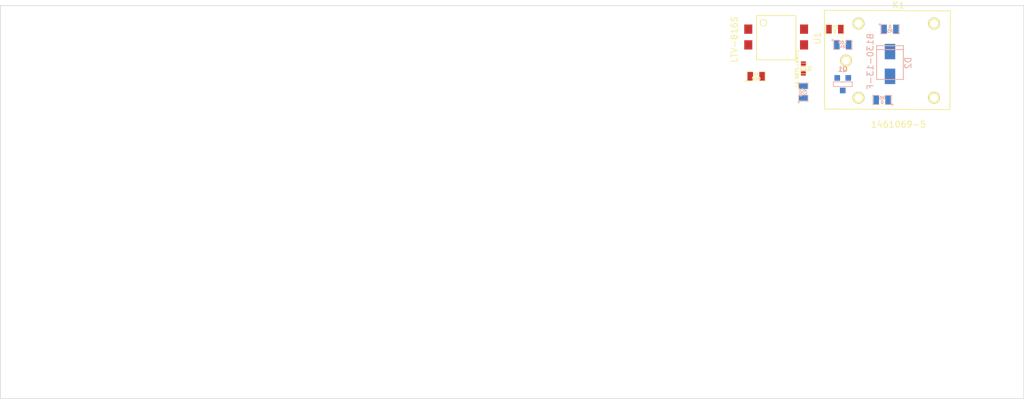
<source format=kicad_pcb>
(kicad_pcb (version 3) (host pcbnew "(2013-07-07 BZR 4022)-stable")

  (general
    (links 13)
    (no_connects 13)
    (area 63.449999 63.449999 228.650001 127.050001)
    (thickness 1.6)
    (drawings 4)
    (tracks 0)
    (zones 0)
    (modules 11)
    (nets 13)
  )

  (page USLedger)
  (title_block 
    (title BenchBudEE)
    (rev A)
    (company "Contextual Electronics")
  )

  (layers
    (15 F.Cu signal)
    (2 Inner2.Cu signal)
    (1 Inner1.Cu signal)
    (0 B.Cu signal)
    (16 B.Adhes user)
    (17 F.Adhes user)
    (18 B.Paste user)
    (19 F.Paste user)
    (20 B.SilkS user)
    (21 F.SilkS user)
    (22 B.Mask user)
    (23 F.Mask user)
    (28 Edge.Cuts user)
  )

  (setup
    (last_trace_width 0.254)
    (user_trace_width 0.1524)
    (trace_clearance 0.254)
    (zone_clearance 0.508)
    (zone_45_only no)
    (trace_min 0.1524)
    (segment_width 0.2)
    (edge_width 0.1)
    (via_size 0.889)
    (via_drill 0.635)
    (via_min_size 0.508)
    (via_min_drill 0.3302)
    (user_via 0.508 0.3302)
    (uvia_size 0.508)
    (uvia_drill 0.127)
    (uvias_allowed no)
    (uvia_min_size 0.508)
    (uvia_min_drill 0.127)
    (pcb_text_width 0.3)
    (pcb_text_size 1.5 1.5)
    (mod_edge_width 0.15)
    (mod_text_size 1 1)
    (mod_text_width 0.15)
    (pad_size 1.905 1.905)
    (pad_drill 1.27)
    (pad_to_mask_clearance 0.254)
    (solder_mask_min_width 0.127)
    (aux_axis_origin 0 0)
    (visible_elements 7FFFFFFF)
    (pcbplotparams
      (layerselection 3178497)
      (usegerberextensions true)
      (excludeedgelayer true)
      (linewidth 0.150000)
      (plotframeref false)
      (viasonmask false)
      (mode 1)
      (useauxorigin false)
      (hpglpennumber 1)
      (hpglpenspeed 20)
      (hpglpendiameter 15)
      (hpglpenoverlay 2)
      (psnegative false)
      (psa4output false)
      (plotreference true)
      (plotvalue true)
      (plotothertext true)
      (plotinvisibletext false)
      (padsonsilk false)
      (subtractmaskfromsilk false)
      (outputformat 1)
      (mirror false)
      (drillshape 1)
      (scaleselection 1)
      (outputdirectory ""))
  )

  (net 0 "")
  (net 1 +12P)
  (net 2 /Arduino/RELAY+)
  (net 3 /Arduino/RELAY-)
  (net 4 GND)
  (net 5 N-0000085)
  (net 6 N-0000086)
  (net 7 N-0000087)
  (net 8 N-0000088)
  (net 9 N-0000089)
  (net 10 N-0000090)
  (net 11 N-0000091)
  (net 12 N-0000092)

  (net_class Default "This is the default net class."
    (clearance 0.254)
    (trace_width 0.254)
    (via_dia 0.889)
    (via_drill 0.635)
    (uvia_dia 0.508)
    (uvia_drill 0.127)
    (add_net "")
    (add_net +12P)
    (add_net /Arduino/RELAY+)
    (add_net /Arduino/RELAY-)
    (add_net GND)
    (add_net N-0000085)
    (add_net N-0000086)
    (add_net N-0000087)
    (add_net N-0000088)
    (add_net N-0000089)
    (add_net N-0000090)
    (add_net N-0000091)
    (add_net N-0000092)
  )

  (module TE-SPDT (layer F.Cu) (tedit 530242DA) (tstamp 5302432B)
    (at 201.93 72.39)
    (path /52EECD80/52F1B21B)
    (fp_text reference K1 (at 6.4516 -8.9408) (layer F.SilkS)
      (effects (font (size 1 1) (thickness 0.15)))
    )
    (fp_text value 1461069-5 (at 6.4516 10.3124) (layer F.SilkS)
      (effects (font (size 1 1) (thickness 0.15)))
    )
    (fp_line (start -5.4864 -8.1788) (end -5.4864 7.8232) (layer F.SilkS) (width 0.15))
    (fp_line (start -5.4864 7.8232) (end 14.732 7.9248) (layer F.SilkS) (width 0.15))
    (fp_line (start 14.732 7.9248) (end 14.8336 -8.0264) (layer F.SilkS) (width 0.15))
    (fp_line (start 14.8336 -8.0264) (end -5.5372 -8.128) (layer F.SilkS) (width 0.15))
    (pad 1 thru_hole circle (at -2.0066 0) (size 1.905 1.905) (drill 1.27)
      (layers *.Cu *.Mask F.SilkS)
    )
    (pad 2 thru_hole circle (at 0 -5.9944) (size 1.905 1.905) (drill 1.27)
      (layers *.Cu *.Mask F.SilkS)
      (net 8 N-0000088)
    )
    (pad 5 thru_hole circle (at 0 5.9944) (size 1.905 1.905) (drill 1.27)
      (layers *.Cu *.Mask F.SilkS)
      (net 9 N-0000089)
    )
    (pad 3 thru_hole circle (at 12.192 -5.9944) (size 1.905 1.905) (drill 1.27)
      (layers *.Cu *.Mask F.SilkS)
    )
    (pad 4 thru_hole circle (at 12.192 5.9944) (size 1.905 1.905) (drill 1.27)
      (layers *.Cu *.Mask F.SilkS)
    )
  )

  (module SOT23EBC (layer B.Cu) (tedit 3F980186) (tstamp 53024336)
    (at 199.39 76.2 180)
    (descr "Module CMS SOT23 Transistore EBC")
    (tags "CMS SOT")
    (path /52EECD80/52F1ADCC)
    (attr smd)
    (fp_text reference Q1 (at 0 2.413 180) (layer B.SilkS)
      (effects (font (size 0.762 0.762) (thickness 0.2032)) (justify mirror))
    )
    (fp_text value MMBT3904-7-F (at 0 0 180) (layer B.SilkS) hide
      (effects (font (size 0.762 0.762) (thickness 0.2032)) (justify mirror))
    )
    (fp_line (start -1.524 0.381) (end 1.524 0.381) (layer B.SilkS) (width 0.127))
    (fp_line (start 1.524 0.381) (end 1.524 -0.381) (layer B.SilkS) (width 0.127))
    (fp_line (start 1.524 -0.381) (end -1.524 -0.381) (layer B.SilkS) (width 0.127))
    (fp_line (start -1.524 -0.381) (end -1.524 0.381) (layer B.SilkS) (width 0.127))
    (pad 1 smd rect (at -0.889 1.016 180) (size 0.9144 0.9144)
      (layers B.Cu B.Paste B.Mask)
      (net 11 N-0000091)
    )
    (pad 2 smd rect (at 0.889 1.016 180) (size 0.9144 0.9144)
      (layers B.Cu B.Paste B.Mask)
      (net 12 N-0000092)
    )
    (pad 3 smd rect (at 0 -1.016 180) (size 0.9144 0.9144)
      (layers B.Cu B.Paste B.Mask)
      (net 9 N-0000089)
    )
    (model smd/cms_sot23.wrl
      (at (xyz 0 0 0))
      (scale (xyz 0.13 0.15 0.15))
      (rotate (xyz 0 0 0))
    )
  )

  (module SMA (layer B.Cu) (tedit 53023DBD) (tstamp 53024341)
    (at 207.01 74.93 90)
    (path /52EECD80/52F1B3D7)
    (fp_text reference D2 (at 2.159 2.921 90) (layer B.SilkS)
      (effects (font (size 1 1) (thickness 0.15)) (justify mirror))
    )
    (fp_text value B130-13-F (at 2.413 -3.175 90) (layer B.SilkS)
      (effects (font (size 1 1) (thickness 0.15)) (justify mirror))
    )
    (fp_line (start 4.318 2.159) (end 4.318 -2.159) (layer B.SilkS) (width 0.15))
    (fp_line (start -0.508 2.159) (end -0.508 -2.159) (layer B.SilkS) (width 0.15))
    (fp_line (start -0.508 -2.159) (end 4.953 -2.159) (layer B.SilkS) (width 0.15))
    (fp_line (start 4.953 -2.159) (end 4.953 2.159) (layer B.SilkS) (width 0.15))
    (fp_line (start 4.953 2.159) (end -0.508 2.159) (layer B.SilkS) (width 0.15))
    (pad 1 smd rect (at 0 0 90) (size 2.5 1.7)
      (layers B.Cu B.Paste B.Mask)
      (net 9 N-0000089)
    )
    (pad 2 smd rect (at 4 0 90) (size 2.5 1.7)
      (layers B.Cu B.Paste B.Mask)
      (net 8 N-0000088)
    )
  )

  (module SM0805 (layer B.Cu) (tedit 5091495C) (tstamp 5302434E)
    (at 207.01 67.31)
    (path /52EECD80/53022263)
    (attr smd)
    (fp_text reference R5 (at 0 0.3175) (layer B.SilkS)
      (effects (font (size 0.50038 0.50038) (thickness 0.10922)) (justify mirror))
    )
    (fp_text value 0 (at 0 -0.381) (layer B.SilkS)
      (effects (font (size 0.50038 0.50038) (thickness 0.10922)) (justify mirror))
    )
    (fp_circle (center -1.651 -0.762) (end -1.651 -0.635) (layer B.SilkS) (width 0.09906))
    (fp_line (start -0.508 -0.762) (end -1.524 -0.762) (layer B.SilkS) (width 0.09906))
    (fp_line (start -1.524 -0.762) (end -1.524 0.762) (layer B.SilkS) (width 0.09906))
    (fp_line (start -1.524 0.762) (end -0.508 0.762) (layer B.SilkS) (width 0.09906))
    (fp_line (start 0.508 0.762) (end 1.524 0.762) (layer B.SilkS) (width 0.09906))
    (fp_line (start 1.524 0.762) (end 1.524 -0.762) (layer B.SilkS) (width 0.09906))
    (fp_line (start 1.524 -0.762) (end 0.508 -0.762) (layer B.SilkS) (width 0.09906))
    (pad 1 smd rect (at -0.9525 0) (size 0.889 1.397)
      (layers B.Cu B.Paste B.Mask)
      (net 8 N-0000088)
    )
    (pad 2 smd rect (at 0.9525 0) (size 0.889 1.397)
      (layers B.Cu B.Paste B.Mask)
      (net 1 +12P)
    )
    (model smd/chip_cms.wrl
      (at (xyz 0 0 0))
      (scale (xyz 0.1 0.1 0.1))
      (rotate (xyz 0 0 0))
    )
  )

  (module SM0805 (layer F.Cu) (tedit 5091495C) (tstamp 5302435B)
    (at 185.42 74.93)
    (path /52EECD80/52F1B37F)
    (attr smd)
    (fp_text reference R1 (at 0 -0.3175) (layer F.SilkS)
      (effects (font (size 0.50038 0.50038) (thickness 0.10922)))
    )
    (fp_text value 500 (at 0 0.381) (layer F.SilkS)
      (effects (font (size 0.50038 0.50038) (thickness 0.10922)))
    )
    (fp_circle (center -1.651 0.762) (end -1.651 0.635) (layer F.SilkS) (width 0.09906))
    (fp_line (start -0.508 0.762) (end -1.524 0.762) (layer F.SilkS) (width 0.09906))
    (fp_line (start -1.524 0.762) (end -1.524 -0.762) (layer F.SilkS) (width 0.09906))
    (fp_line (start -1.524 -0.762) (end -0.508 -0.762) (layer F.SilkS) (width 0.09906))
    (fp_line (start 0.508 -0.762) (end 1.524 -0.762) (layer F.SilkS) (width 0.09906))
    (fp_line (start 1.524 -0.762) (end 1.524 0.762) (layer F.SilkS) (width 0.09906))
    (fp_line (start 1.524 0.762) (end 0.508 0.762) (layer F.SilkS) (width 0.09906))
    (pad 1 smd rect (at -0.9525 0) (size 0.889 1.397)
      (layers F.Cu F.Paste F.Mask)
      (net 7 N-0000087)
    )
    (pad 2 smd rect (at 0.9525 0) (size 0.889 1.397)
      (layers F.Cu F.Paste F.Mask)
      (net 3 /Arduino/RELAY-)
    )
    (model smd/chip_cms.wrl
      (at (xyz 0 0 0))
      (scale (xyz 0.1 0.1 0.1))
      (rotate (xyz 0 0 0))
    )
  )

  (module SM0805 (layer F.Cu) (tedit 5091495C) (tstamp 53024368)
    (at 198.12 67.31)
    (path /52EECD80/52F1B2D8)
    (attr smd)
    (fp_text reference R3 (at 0 -0.3175) (layer F.SilkS)
      (effects (font (size 0.50038 0.50038) (thickness 0.10922)))
    )
    (fp_text value 0 (at 0 0.381) (layer F.SilkS)
      (effects (font (size 0.50038 0.50038) (thickness 0.10922)))
    )
    (fp_circle (center -1.651 0.762) (end -1.651 0.635) (layer F.SilkS) (width 0.09906))
    (fp_line (start -0.508 0.762) (end -1.524 0.762) (layer F.SilkS) (width 0.09906))
    (fp_line (start -1.524 0.762) (end -1.524 -0.762) (layer F.SilkS) (width 0.09906))
    (fp_line (start -1.524 -0.762) (end -0.508 -0.762) (layer F.SilkS) (width 0.09906))
    (fp_line (start 0.508 -0.762) (end 1.524 -0.762) (layer F.SilkS) (width 0.09906))
    (fp_line (start 1.524 -0.762) (end 1.524 0.762) (layer F.SilkS) (width 0.09906))
    (fp_line (start 1.524 0.762) (end 0.508 0.762) (layer F.SilkS) (width 0.09906))
    (pad 1 smd rect (at -0.9525 0) (size 0.889 1.397)
      (layers F.Cu F.Paste F.Mask)
      (net 5 N-0000085)
    )
    (pad 2 smd rect (at 0.9525 0) (size 0.889 1.397)
      (layers F.Cu F.Paste F.Mask)
      (net 1 +12P)
    )
    (model smd/chip_cms.wrl
      (at (xyz 0 0 0))
      (scale (xyz 0.1 0.1 0.1))
      (rotate (xyz 0 0 0))
    )
  )

  (module SM0805 (layer B.Cu) (tedit 5091495C) (tstamp 53024375)
    (at 193.04 77.47 90)
    (path /52EECD80/52F1B2C7)
    (attr smd)
    (fp_text reference R2 (at 0 0.3175 90) (layer B.SilkS)
      (effects (font (size 0.50038 0.50038) (thickness 0.10922)) (justify mirror))
    )
    (fp_text value 200 (at 0 -0.381 90) (layer B.SilkS)
      (effects (font (size 0.50038 0.50038) (thickness 0.10922)) (justify mirror))
    )
    (fp_circle (center -1.651 -0.762) (end -1.651 -0.635) (layer B.SilkS) (width 0.09906))
    (fp_line (start -0.508 -0.762) (end -1.524 -0.762) (layer B.SilkS) (width 0.09906))
    (fp_line (start -1.524 -0.762) (end -1.524 0.762) (layer B.SilkS) (width 0.09906))
    (fp_line (start -1.524 0.762) (end -0.508 0.762) (layer B.SilkS) (width 0.09906))
    (fp_line (start 0.508 0.762) (end 1.524 0.762) (layer B.SilkS) (width 0.09906))
    (fp_line (start 1.524 0.762) (end 1.524 -0.762) (layer B.SilkS) (width 0.09906))
    (fp_line (start 1.524 -0.762) (end 0.508 -0.762) (layer B.SilkS) (width 0.09906))
    (pad 1 smd rect (at -0.9525 0 90) (size 0.889 1.397)
      (layers B.Cu B.Paste B.Mask)
      (net 4 GND)
    )
    (pad 2 smd rect (at 0.9525 0 90) (size 0.889 1.397)
      (layers B.Cu B.Paste B.Mask)
      (net 6 N-0000086)
    )
    (model smd/chip_cms.wrl
      (at (xyz 0 0 0))
      (scale (xyz 0.1 0.1 0.1))
      (rotate (xyz 0 0 0))
    )
  )

  (module SM0805 (layer B.Cu) (tedit 5091495C) (tstamp 53024382)
    (at 205.74 78.74 180)
    (path /52EECD80/52F1B290)
    (attr smd)
    (fp_text reference R6 (at 0 0.3175 180) (layer B.SilkS)
      (effects (font (size 0.50038 0.50038) (thickness 0.10922)) (justify mirror))
    )
    (fp_text value 0 (at 0 -0.381 180) (layer B.SilkS)
      (effects (font (size 0.50038 0.50038) (thickness 0.10922)) (justify mirror))
    )
    (fp_circle (center -1.651 -0.762) (end -1.651 -0.635) (layer B.SilkS) (width 0.09906))
    (fp_line (start -0.508 -0.762) (end -1.524 -0.762) (layer B.SilkS) (width 0.09906))
    (fp_line (start -1.524 -0.762) (end -1.524 0.762) (layer B.SilkS) (width 0.09906))
    (fp_line (start -1.524 0.762) (end -0.508 0.762) (layer B.SilkS) (width 0.09906))
    (fp_line (start 0.508 0.762) (end 1.524 0.762) (layer B.SilkS) (width 0.09906))
    (fp_line (start 1.524 0.762) (end 1.524 -0.762) (layer B.SilkS) (width 0.09906))
    (fp_line (start 1.524 -0.762) (end 0.508 -0.762) (layer B.SilkS) (width 0.09906))
    (pad 1 smd rect (at -0.9525 0 180) (size 0.889 1.397)
      (layers B.Cu B.Paste B.Mask)
      (net 4 GND)
    )
    (pad 2 smd rect (at 0.9525 0 180) (size 0.889 1.397)
      (layers B.Cu B.Paste B.Mask)
      (net 11 N-0000091)
    )
    (model smd/chip_cms.wrl
      (at (xyz 0 0 0))
      (scale (xyz 0.1 0.1 0.1))
      (rotate (xyz 0 0 0))
    )
  )

  (module SM0805 (layer B.Cu) (tedit 5091495C) (tstamp 5302438F)
    (at 199.39 69.85)
    (path /52EECD80/52F1B259)
    (attr smd)
    (fp_text reference R4 (at 0 0.3175) (layer B.SilkS)
      (effects (font (size 0.50038 0.50038) (thickness 0.10922)) (justify mirror))
    )
    (fp_text value 100 (at 0 -0.381) (layer B.SilkS)
      (effects (font (size 0.50038 0.50038) (thickness 0.10922)) (justify mirror))
    )
    (fp_circle (center -1.651 -0.762) (end -1.651 -0.635) (layer B.SilkS) (width 0.09906))
    (fp_line (start -0.508 -0.762) (end -1.524 -0.762) (layer B.SilkS) (width 0.09906))
    (fp_line (start -1.524 -0.762) (end -1.524 0.762) (layer B.SilkS) (width 0.09906))
    (fp_line (start -1.524 0.762) (end -0.508 0.762) (layer B.SilkS) (width 0.09906))
    (fp_line (start 0.508 0.762) (end 1.524 0.762) (layer B.SilkS) (width 0.09906))
    (fp_line (start 1.524 0.762) (end 1.524 -0.762) (layer B.SilkS) (width 0.09906))
    (fp_line (start 1.524 -0.762) (end 0.508 -0.762) (layer B.SilkS) (width 0.09906))
    (pad 1 smd rect (at -0.9525 0) (size 0.889 1.397)
      (layers B.Cu B.Paste B.Mask)
      (net 10 N-0000090)
    )
    (pad 2 smd rect (at 0.9525 0) (size 0.889 1.397)
      (layers B.Cu B.Paste B.Mask)
      (net 12 N-0000092)
    )
    (model smd/chip_cms.wrl
      (at (xyz 0 0 0))
      (scale (xyz 0.1 0.1 0.1))
      (rotate (xyz 0 0 0))
    )
  )

  (module LED-0603 (layer F.Cu) (tedit 4E16AFB4) (tstamp 530243AB)
    (at 193.04 73.66 270)
    (descr "LED 0603 smd package")
    (tags "LED led 0603 SMD smd SMT smt smdled SMDLED smtled SMTLED")
    (path /52EECD80/52F1ADBD)
    (attr smd)
    (fp_text reference D1 (at 0 -1.016 270) (layer F.SilkS)
      (effects (font (size 0.508 0.508) (thickness 0.127)))
    )
    (fp_text value "LG Q971-KN-1" (at 0 1.016 270) (layer F.SilkS)
      (effects (font (size 0.508 0.508) (thickness 0.127)))
    )
    (fp_line (start 0.44958 -0.44958) (end 0.44958 0.44958) (layer F.SilkS) (width 0.06604))
    (fp_line (start 0.44958 0.44958) (end 0.84836 0.44958) (layer F.SilkS) (width 0.06604))
    (fp_line (start 0.84836 -0.44958) (end 0.84836 0.44958) (layer F.SilkS) (width 0.06604))
    (fp_line (start 0.44958 -0.44958) (end 0.84836 -0.44958) (layer F.SilkS) (width 0.06604))
    (fp_line (start -0.84836 -0.44958) (end -0.84836 0.44958) (layer F.SilkS) (width 0.06604))
    (fp_line (start -0.84836 0.44958) (end -0.44958 0.44958) (layer F.SilkS) (width 0.06604))
    (fp_line (start -0.44958 -0.44958) (end -0.44958 0.44958) (layer F.SilkS) (width 0.06604))
    (fp_line (start -0.84836 -0.44958) (end -0.44958 -0.44958) (layer F.SilkS) (width 0.06604))
    (fp_line (start 0 -0.44958) (end 0 -0.29972) (layer F.SilkS) (width 0.06604))
    (fp_line (start 0 -0.29972) (end 0.29972 -0.29972) (layer F.SilkS) (width 0.06604))
    (fp_line (start 0.29972 -0.44958) (end 0.29972 -0.29972) (layer F.SilkS) (width 0.06604))
    (fp_line (start 0 -0.44958) (end 0.29972 -0.44958) (layer F.SilkS) (width 0.06604))
    (fp_line (start 0 0.29972) (end 0 0.44958) (layer F.SilkS) (width 0.06604))
    (fp_line (start 0 0.44958) (end 0.29972 0.44958) (layer F.SilkS) (width 0.06604))
    (fp_line (start 0.29972 0.29972) (end 0.29972 0.44958) (layer F.SilkS) (width 0.06604))
    (fp_line (start 0 0.29972) (end 0.29972 0.29972) (layer F.SilkS) (width 0.06604))
    (fp_line (start 0 -0.14986) (end 0 0.14986) (layer F.SilkS) (width 0.06604))
    (fp_line (start 0 0.14986) (end 0.29972 0.14986) (layer F.SilkS) (width 0.06604))
    (fp_line (start 0.29972 -0.14986) (end 0.29972 0.14986) (layer F.SilkS) (width 0.06604))
    (fp_line (start 0 -0.14986) (end 0.29972 -0.14986) (layer F.SilkS) (width 0.06604))
    (fp_line (start 0.44958 -0.39878) (end -0.44958 -0.39878) (layer F.SilkS) (width 0.1016))
    (fp_line (start 0.44958 0.39878) (end -0.44958 0.39878) (layer F.SilkS) (width 0.1016))
    (pad 1 smd rect (at -0.7493 0 270) (size 0.79756 0.79756)
      (layers F.Cu F.Paste F.Mask)
      (net 10 N-0000090)
    )
    (pad 2 smd rect (at 0.7493 0 270) (size 0.79756 0.79756)
      (layers F.Cu F.Paste F.Mask)
      (net 6 N-0000086)
    )
  )

  (module 4-SMD (layer F.Cu) (tedit 53023AB6) (tstamp 530243B9)
    (at 184.15 69.85 270)
    (path /52EECD80/53021786)
    (fp_text reference U1 (at -1.0922 -11.176 270) (layer F.SilkS)
      (effects (font (size 1 1) (thickness 0.15)))
    )
    (fp_text value LTV-816S (at -0.8636 2.2352 270) (layer F.SilkS)
      (effects (font (size 1 1) (thickness 0.15)))
    )
    (fp_circle (center -3.5941 -2.4511) (end -3.2004 -2.8067) (layer F.SilkS) (width 0.15))
    (fp_line (start -4.7498 -1.3335) (end 2.4003 -1.3335) (layer F.SilkS) (width 0.15))
    (fp_line (start 2.4003 -1.3335) (end 2.4003 -7.6708) (layer F.SilkS) (width 0.15))
    (fp_line (start 2.4003 -7.6708) (end -4.7371 -7.6708) (layer F.SilkS) (width 0.15))
    (fp_line (start -4.7371 -7.6708) (end -4.7371 -1.397) (layer F.SilkS) (width 0.15))
    (fp_line (start -4.7371 -1.397) (end -4.7371 -1.3589) (layer F.SilkS) (width 0.15))
    (pad 1 smd rect (at -2.54 0 270) (size 1.5 1.3)
      (layers F.Cu F.Paste F.Mask)
      (net 2 /Arduino/RELAY+)
    )
    (pad 2 smd rect (at 0 0 270) (size 1.5 1.3)
      (layers F.Cu F.Paste F.Mask)
      (net 7 N-0000087)
    )
    (pad 3 smd rect (at 0 -9 270) (size 1.5 1.3)
      (layers F.Cu F.Paste F.Mask)
      (net 10 N-0000090)
    )
    (pad 4 smd rect (at -2.54 -9 270) (size 1.5 1.3)
      (layers F.Cu F.Paste F.Mask)
      (net 5 N-0000085)
    )
  )

  (gr_line (start 63.5 127) (end 63.5 63.5) (angle 90) (layer Edge.Cuts) (width 0.1))
  (gr_line (start 228.6 127) (end 63.5 127) (angle 90) (layer Edge.Cuts) (width 0.1))
  (gr_line (start 228.6 63.5) (end 228.6 127) (angle 90) (layer Edge.Cuts) (width 0.1))
  (gr_line (start 63.5 63.5) (end 228.6 63.5) (angle 90) (layer Edge.Cuts) (width 0.1))

)

</source>
